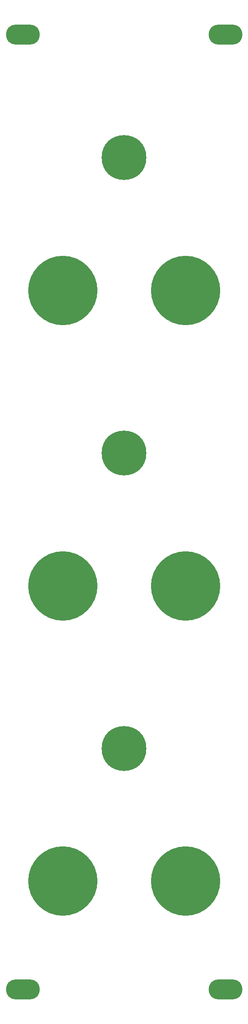
<source format=gbr>
%TF.GenerationSoftware,KiCad,Pcbnew,5.1.6-c6e7f7d~87~ubuntu20.04.1*%
%TF.CreationDate,2020-10-18T19:32:01-04:00*%
%TF.ProjectId,attenuators_panel,61747465-6e75-4617-946f-72735f70616e,rev?*%
%TF.SameCoordinates,Original*%
%TF.FileFunction,Soldermask,Top*%
%TF.FilePolarity,Negative*%
%FSLAX46Y46*%
G04 Gerber Fmt 4.6, Leading zero omitted, Abs format (unit mm)*
G04 Created by KiCad (PCBNEW 5.1.6-c6e7f7d~87~ubuntu20.04.1) date 2020-10-18 19:32:01*
%MOMM*%
%LPD*%
G01*
G04 APERTURE LIST*
%ADD10C,14.100000*%
%ADD11C,9.100000*%
%ADD12O,6.900000X4.100000*%
G04 APERTURE END LIST*
D10*
%TO.C,H13*%
X172500000Y-187000000D03*
%TD*%
%TO.C,H12*%
X172500000Y-67000000D03*
%TD*%
%TO.C,H11*%
X172500000Y-127000000D03*
%TD*%
%TO.C,H10*%
X147500000Y-67000000D03*
%TD*%
%TO.C,H9*%
X147500000Y-127000000D03*
%TD*%
%TO.C,H8*%
X147500000Y-187000000D03*
%TD*%
D11*
%TO.C,H7*%
X160000000Y-100000000D03*
%TD*%
%TO.C,H6*%
X160000000Y-160000000D03*
%TD*%
%TO.C,H5*%
X160000000Y-40000000D03*
%TD*%
D12*
%TO.C,H4*%
X139400000Y-209000000D03*
%TD*%
%TO.C,H3*%
X180600000Y-209000000D03*
%TD*%
%TO.C,H2*%
X180600000Y-15000000D03*
%TD*%
%TO.C,H1*%
X139400000Y-15000000D03*
%TD*%
M02*

</source>
